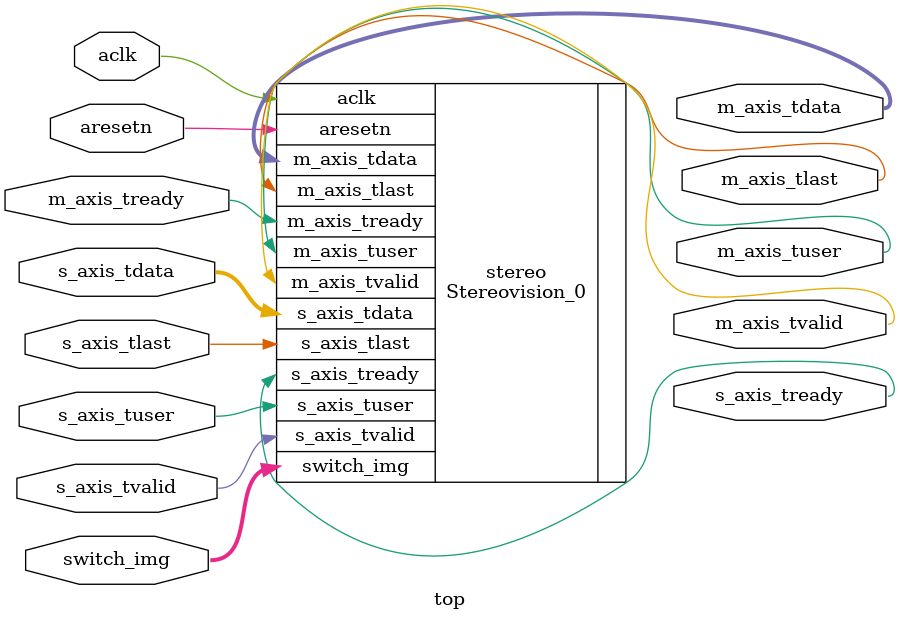
<source format=v>
`timescale 1ns / 1ps

module top#
	(
		parameter WIDTH = 3840,
        parameter HEIGHT = 2160,
        parameter MAX_DISP = 256,
        parameter CNTX_SIZE = 3,
        parameter MAX_SAMPLES_PER_CLOCK = 4,
    
        parameter AXIS_TDATA_WIDTH = 96,
        parameter DATA_WIDTH = 8,
        
        
        parameter P1 = 16,
        parameter P2 = 64
	)
	(
		input wire  aclk,
		input wire  aresetn,
		
		output wire  s_axis_tready,
		input wire [AXIS_TDATA_WIDTH-1 : 0] s_axis_tdata,
		input wire s_axis_tuser,
		input wire  s_axis_tlast,
		input wire  s_axis_tvalid,

		output wire  m_axis_tvalid,
		output wire [AXIS_TDATA_WIDTH-1 : 0] m_axis_tdata,
		output wire  m_axis_tuser,
		output wire  m_axis_tlast,
		input wire  m_axis_tready,
		
		input wire [4-1:0] switch_img
	);
    
   

    Stereovision_0 stereo
    (
        .aclk(aclk),
        .aresetn(aresetn),
		// Ports of Axi Slave Bus Interface S00_AXIS
		.s_axis_tready(s_axis_tready),
		.s_axis_tdata(s_axis_tdata),
		.s_axis_tuser(s_axis_tuser),
		.s_axis_tlast(s_axis_tlast),
		.s_axis_tvalid(s_axis_tvalid),
        
		// Ports of Axi Master Bus Interface M00_AXIS
		.m_axis_tvalid(m_axis_tvalid),
		.m_axis_tdata(m_axis_tdata),
		.m_axis_tuser(m_axis_tuser),
		.m_axis_tlast(m_axis_tlast),
		.m_axis_tready(m_axis_tready),
		.switch_img(switch_img)
    );
    

endmodule

</source>
